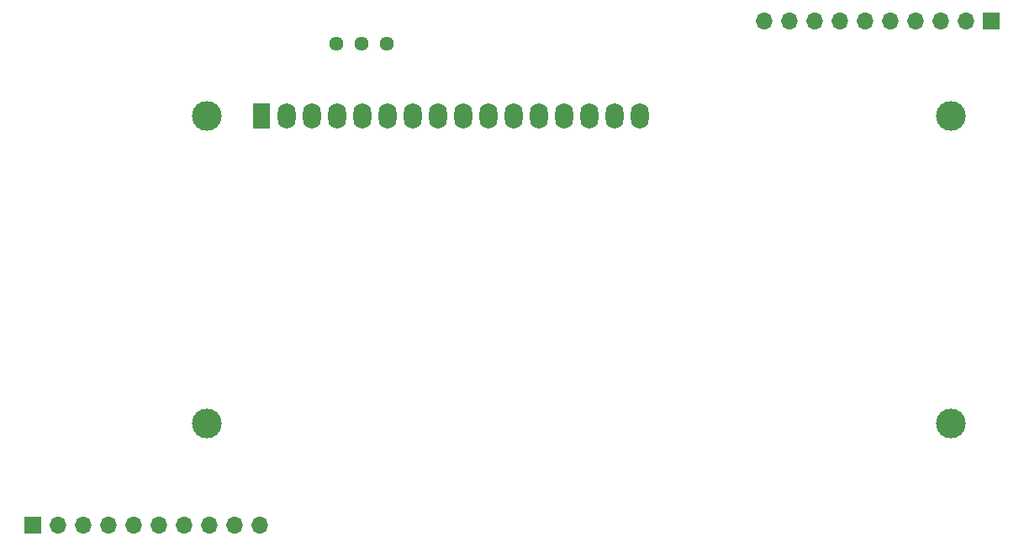
<source format=gbr>
%TF.GenerationSoftware,KiCad,Pcbnew,8.0.2*%
%TF.CreationDate,2025-01-05T21:37:03+01:00*%
%TF.ProjectId,lcd_display,6c63645f-6469-4737-906c-61792e6b6963,rev?*%
%TF.SameCoordinates,Original*%
%TF.FileFunction,Soldermask,Bot*%
%TF.FilePolarity,Negative*%
%FSLAX46Y46*%
G04 Gerber Fmt 4.6, Leading zero omitted, Abs format (unit mm)*
G04 Created by KiCad (PCBNEW 8.0.2) date 2025-01-05 21:37:03*
%MOMM*%
%LPD*%
G01*
G04 APERTURE LIST*
%ADD10R,1.700000X1.700000*%
%ADD11O,1.700000X1.700000*%
%ADD12C,1.440000*%
%ADD13C,3.000000*%
%ADD14R,1.800000X2.600000*%
%ADD15O,1.800000X2.600000*%
G04 APERTURE END LIST*
D10*
%TO.C,J1*%
X25338000Y-73660000D03*
D11*
X27878000Y-73660000D03*
X30418000Y-73660000D03*
X32958000Y-73660000D03*
X35498000Y-73660000D03*
X38038000Y-73660000D03*
X40578000Y-73660000D03*
X43118000Y-73660000D03*
X45658000Y-73660000D03*
X48198000Y-73660000D03*
%TD*%
D12*
%TO.C,RV1*%
X60960000Y-25146000D03*
X58420000Y-25146000D03*
X55880000Y-25146000D03*
%TD*%
D13*
%TO.C,DS1*%
X42825900Y-32385000D03*
X42825900Y-63385700D03*
X117824480Y-63385700D03*
X117825000Y-32385000D03*
D14*
X48325000Y-32385000D03*
D15*
X50865000Y-32385000D03*
X53405000Y-32385000D03*
X55945000Y-32385000D03*
X58485000Y-32385000D03*
X61025000Y-32385000D03*
X63565000Y-32385000D03*
X66105000Y-32385000D03*
X68645000Y-32385000D03*
X71185000Y-32385000D03*
X73725000Y-32385000D03*
X76265000Y-32385000D03*
X78805000Y-32385000D03*
X81345000Y-32385000D03*
X83885000Y-32385000D03*
X86425000Y-32385000D03*
%TD*%
D10*
%TO.C,J2*%
X121858000Y-22860000D03*
D11*
X119318000Y-22860000D03*
X116778000Y-22860000D03*
X114238000Y-22860000D03*
X111698000Y-22860000D03*
X109158000Y-22860000D03*
X106618000Y-22860000D03*
X104078000Y-22860000D03*
X101538000Y-22860000D03*
X98998000Y-22860000D03*
%TD*%
M02*

</source>
